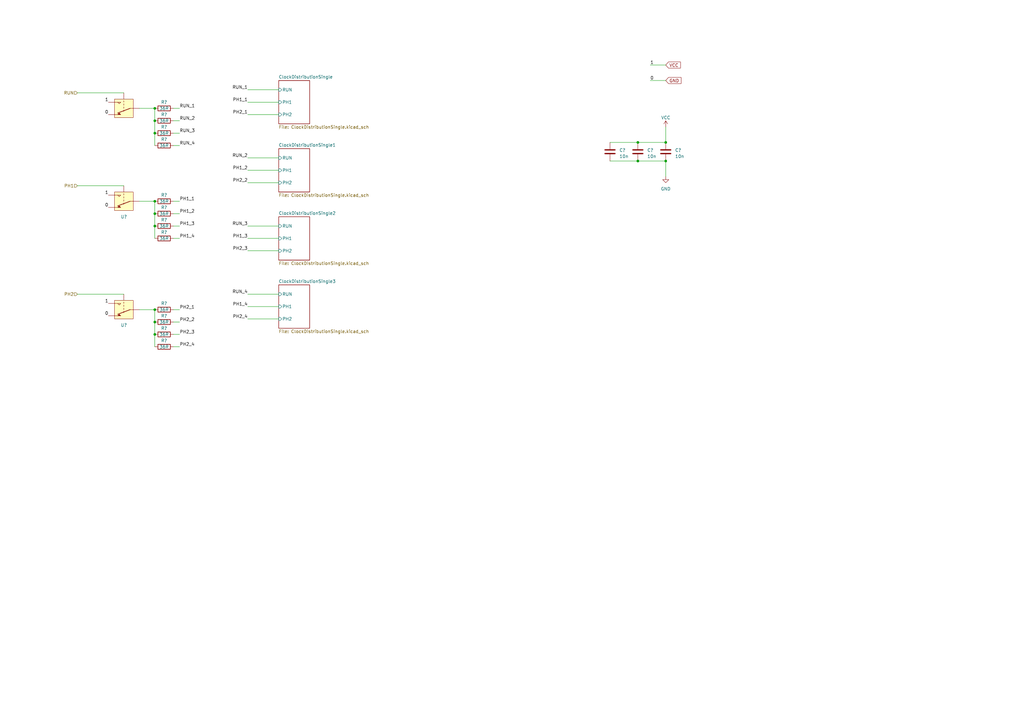
<source format=kicad_sch>
(kicad_sch (version 20230121) (generator eeschema)
  (paper "A3")
  (lib_symbols
    (symbol "Device:C" (pin_numbers hide) (pin_names (offset 0.254))
      (property "Reference" "C" (at 0.635 2.54 0))
      (property "Value" "C" (at 0.635 -2.54 0))
      (symbol "C_0_1"
        (polyline (pts (xy -2.032 -0.762) (xy 2.032 -0.762)) (stroke (width 0.508)))
        (polyline (pts (xy -2.032 0.762) (xy 2.032 0.762)) (stroke (width 0.508)))
      )
      (symbol "C_1_1"
        (pin passive line (at 0 3.81 270) (length 2.794) (name "~") (number "1"))
        (pin passive line (at 0 -3.81 90) (length 2.794) (name "~") (number "2"))
      )
    )
    (symbol "Device:R" (pin_numbers hide) (pin_names (offset 0))
      (property "Reference" "R" (at 2.032 0 90))
      (property "Value" "R" (at 0 0 90))
      (symbol "R_0_1"
        (rectangle (start -1.016 -2.54) (end 1.016 2.54) (stroke (width 0.254)))
      )
      (symbol "R_1_1"
        (pin passive line (at 0 3.81 270) (length 1.27) (name "~") (number "1"))
        (pin passive line (at 0 -3.81 90) (length 1.27) (name "~") (number "2"))
      )
    )
    (symbol "MevaLlibreria:1G3157" (pin_numbers hide)
      (property "Reference" "U" (at 0 -5.08 0))
      (symbol "1G3157_0_0"
        (polyline (pts (xy -3.81 2.54) (xy -1.27 2.54) (xy -1.905 1.905) (xy -2.54 2.54)))
      )
      (symbol "1G3157_0_1"
        (rectangle (start -3.81 3.81) (end 3.81 -3.81) (fill (type background)))
        (polyline (pts (xy 0 -0.635) (xy 0 -1.27)))
        (polyline (pts (xy 0 0.635) (xy 0 0)))
        (polyline (pts (xy 0 1.905) (xy 0 1.27)))
        (polyline (pts (xy 0 3.175) (xy 0 2.54)))
        (polyline (pts (xy 2.54 0) (xy -2.54 -1.905)) (stroke (width 0.254)))
        (polyline (pts (xy 3.81 0) (xy 2.54 0)))
        (polyline (pts (xy -3.81 -2.54) (xy -1.27 -2.54) (xy -1.905 -1.905) (xy -2.54 -2.54)) (fill (type outline)))
      )
      (symbol "1G3157_1_1"
        (pin input line (at -6.35 2.54 0) (length 2.54) (name "~") (number "1"))
        (pin power_in line (at 2.54 -2.54 270) (length 2.54) hide (name "GND") (number "2"))
        (pin input line (at -6.35 -2.54 0) (length 2.54) (name "~") (number "3"))
        (pin output line (at 6.35 0 180) (length 2.54) (name "~") (number "4"))
        (pin power_in line (at 2.54 2.54 90) (length 2.54) hide (name "VCC") (number "5"))
        (pin input line (at 0 6.35 270) (length 2.54) (name "~") (number "6"))
      )
    )
    (symbol "power:GND" (power) (pin_names (offset 0))
      (property "Value" "GND" (at 0 -3.81 0))
      (symbol "GND_0_1"
        (polyline (pts (xy 0 0) (xy 0 -1.27) (xy 1.27 -1.27) (xy 0 -2.54) (xy -1.27 -1.27) (xy 0 -1.27)))
      )
      (symbol "GND_1_1"
        (pin power_in line (at 0 0 270) (length 0) hide (name "GND") (number "1"))
      )
    )
    (symbol "power:VCC" (power) (pin_names (offset 0))
      (property "Value" "VCC" (at 0 3.81 0))
      (symbol "VCC_0_1"
        (polyline (pts (xy -0.762 1.27) (xy 0 2.54)))
        (polyline (pts (xy 0 0) (xy 0 2.54)))
        (polyline (pts (xy 0 2.54) (xy 0.762 1.27)))
      )
      (symbol "VCC_1_1"
        (pin power_in line (at 0 0 90) (length 0) hide (name "VCC") (number "1"))
      )
    )
  )
  (junction (at 63.5 44.45))
  (junction (at 273.05 58.42))
  (junction (at 63.5 82.55))
  (junction (at 261.62 58.42))
  (junction (at 63.5 132.08))
  (junction (at 63.5 92.71))
  (junction (at 63.5 54.61))
  (junction (at 63.5 87.63))
  (junction (at 261.62 66.04))
  (junction (at 273.05 66.04))
  (junction (at 63.5 127))
  (junction (at 63.5 49.53))
  (junction (at 63.5 137.16))
  (wire (pts (xy 273.05 52.07) (xy 273.05 58.42)))
  (wire (pts (xy 63.5 82.55) (xy 57.15 82.55)))
  (wire (pts (xy 101.6 74.93) (xy 114.3 74.93)))
  (wire (pts (xy 266.7 33.02) (xy 273.05 33.02)))
  (wire (pts (xy 101.6 69.85) (xy 114.3 69.85)))
  (wire (pts (xy 63.5 44.45) (xy 57.15 44.45)))
  (wire (pts (xy 63.5 44.45) (xy 63.5 49.53)))
  (wire (pts (xy 63.5 127) (xy 63.5 132.08)))
  (wire (pts (xy 73.66 49.53) (xy 71.12 49.53)))
  (wire (pts (xy 273.05 66.04) (xy 273.05 72.39)))
  (wire (pts (xy 73.66 127) (xy 71.12 127)))
  (wire (pts (xy 63.5 92.71) (xy 63.5 97.79)))
  (wire (pts (xy 101.6 36.83) (xy 114.3 36.83)))
  (wire (pts (xy 63.5 127) (xy 57.15 127)))
  (wire (pts (xy 31.75 76.2) (xy 50.8 76.2)))
  (wire (pts (xy 63.5 49.53) (xy 63.5 54.61)))
  (wire (pts (xy 73.66 132.08) (xy 71.12 132.08)))
  (wire (pts (xy 101.6 130.81) (xy 114.3 130.81)))
  (wire (pts (xy 73.66 59.69) (xy 71.12 59.69)))
  (wire (pts (xy 101.6 102.87) (xy 114.3 102.87)))
  (wire (pts (xy 101.6 120.65) (xy 114.3 120.65)))
  (wire (pts (xy 250.19 66.04) (xy 261.62 66.04)))
  (wire (pts (xy 73.66 97.79) (xy 71.12 97.79)))
  (wire (pts (xy 73.66 87.63) (xy 71.12 87.63)))
  (wire (pts (xy 101.6 125.73) (xy 114.3 125.73)))
  (wire (pts (xy 250.19 58.42) (xy 261.62 58.42)))
  (wire (pts (xy 73.66 92.71) (xy 71.12 92.71)))
  (wire (pts (xy 31.75 120.65) (xy 50.8 120.65)))
  (wire (pts (xy 73.66 44.45) (xy 71.12 44.45)))
  (wire (pts (xy 31.75 38.1) (xy 50.8 38.1)))
  (wire (pts (xy 73.66 82.55) (xy 71.12 82.55)))
  (wire (pts (xy 73.66 142.24) (xy 71.12 142.24)))
  (wire (pts (xy 266.7 26.67) (xy 273.05 26.67)))
  (wire (pts (xy 101.6 97.79) (xy 114.3 97.79)))
  (wire (pts (xy 63.5 54.61) (xy 63.5 59.69)))
  (wire (pts (xy 101.6 64.77) (xy 114.3 64.77)))
  (wire (pts (xy 63.5 82.55) (xy 63.5 87.63)))
  (wire (pts (xy 101.6 46.99) (xy 114.3 46.99)))
  (wire (pts (xy 101.6 41.91) (xy 114.3 41.91)))
  (wire (pts (xy 101.6 92.71) (xy 114.3 92.71)))
  (wire (pts (xy 73.66 54.61) (xy 71.12 54.61)))
  (wire (pts (xy 73.66 137.16) (xy 71.12 137.16)))
  (wire (pts (xy 63.5 132.08) (xy 63.5 137.16)))
  (wire (pts (xy 261.62 58.42) (xy 273.05 58.42)))
  (wire (pts (xy 63.5 137.16) (xy 63.5 142.24)))
  (wire (pts (xy 63.5 87.63) (xy 63.5 92.71)))
  (wire (pts (xy 261.62 66.04) (xy 273.05 66.04)))
  (label "PH2_1" (at 101.6 46.99 180))
  (label "RUN_4" (at 73.66 59.69 0))
  (label "PH1_2" (at 73.66 87.63 0))
  (label "RUN_4" (at 101.6 120.65 180))
  (label "1" (at 44.45 124.46 180))
  (label "RUN_1" (at 73.66 44.45 0))
  (label "PH1_1" (at 73.66 82.55 0))
  (label "PH2_3" (at 101.6 102.87 180))
  (label "PH1_4" (at 101.6 125.73 180))
  (label "RUN_2" (at 101.6 64.77 180))
  (label "PH1_2" (at 101.6 69.85 180))
  (label "PH2_2" (at 101.6 74.93 180))
  (label "PH2_4" (at 73.66 142.24 0))
  (label "0" (at 44.45 46.99 180))
  (label "PH2_3" (at 73.66 137.16 0))
  (label "1" (at 266.7 26.67 0))
  (label "RUN_3" (at 73.66 54.61 0))
  (label "PH2_1" (at 73.66 127 0))
  (label "0" (at 44.45 85.09 180))
  (label "PH2_4" (at 101.6 130.81 180))
  (label "RUN_1" (at 101.6 36.83 180))
  (label "PH1_3" (at 101.6 97.79 180))
  (label "0" (at 266.7 33.02 0))
  (label "0" (at 44.45 129.54 180))
  (label "PH1_3" (at 73.66 92.71 0))
  (label "RUN_3" (at 101.6 92.71 180))
  (label "PH1_4" (at 73.66 97.79 0))
  (label "1" (at 44.45 41.91 180))
  (label "PH1_1" (at 101.6 41.91 180))
  (label "1" (at 44.45 80.01 180))
  (label "PH2_2" (at 73.66 132.08 0))
  (label "RUN_2" (at 73.66 49.53 0))
  (global_label "GND" (shape input) (at 273.05 33.02 0) (property "Intersheetrefs" "${INTERSHEET_REFS}" (effects hide)))
  (global_label "VCC" (shape input) (at 273.05 26.67 0) (property "Intersheetrefs" "${INTERSHEET_REFS}" (effects hide)))
  (hierarchical_label "RUN" (shape input) (at 31.75 38.1 180))
  (hierarchical_label "PH2" (shape input) (at 31.75 120.65 180))
  (hierarchical_label "PH1" (shape input) (at 31.75 76.2 180))
  (symbol (lib_id "Device:R") (at 67.31 97.79 270) (unit 1)
    (property "Reference" "R?" (at 67.31 95.25 90))
    (property "Value" "36R" (at 67.31 97.79 90))
    (property "Footprint" "Resistor_SMD:R_0603_1608Metric" (effects hide))
    (instances (project "MiniCalc" (path "" (reference "R?") (unit 1))) (project "MiniCalcRunPanel" (path "" (reference "R?") (unit 1)) (path "" (reference "R12") (unit 1))) (project "MinicalcControlPanel" (path "" (reference "R?") (unit 1)) (path "" (reference "R?") (unit 1)) (path "" (reference "R71") (unit 1)) (path "" (reference "R96") (unit 1)) (path "" (reference "R45") (unit 1)) (path "" (reference "R54") (unit 1)) (path "" (reference "R63") (unit 1)) (path "" (reference "R106") (unit 1))))
  )
  (symbol (lib_id "Device:R") (at 67.31 137.16 270) (unit 1)
    (property "Reference" "R?" (at 67.31 134.62 90))
    (property "Value" "36R" (at 67.31 137.16 90))
    (property "Footprint" "Resistor_SMD:R_0603_1608Metric" (effects hide))
    (instances (project "MiniCalc" (path "" (reference "R?") (unit 1))) (project "MiniCalcRunPanel" (path "" (reference "R?") (unit 1)) (path "" (reference "R12") (unit 1))) (project "MinicalcControlPanel" (path "" (reference "R?") (unit 1)) (path "" (reference "R?") (unit 1)) (path "" (reference "R74") (unit 1)) (path "" (reference "R97") (unit 1)) (path "" (reference "R46") (unit 1)) (path "" (reference "R55") (unit 1)) (path "" (reference "R64") (unit 1)) (path "" (reference "R109") (unit 1))))
  )
  (symbol (lib_id "Device:R") (at 67.31 59.69 270) (unit 1)
    (property "Reference" "R?" (at 67.31 57.15 90))
    (property "Value" "36R" (at 67.31 59.69 90))
    (property "Footprint" "Resistor_SMD:R_0603_1608Metric" (effects hide))
    (instances (project "MiniCalc" (path "" (reference "R?") (unit 1))) (project "MiniCalcRunPanel" (path "" (reference "R?") (unit 1)) (path "" (reference "R12") (unit 1))) (project "MinicalcControlPanel" (path "" (reference "R?") (unit 1)) (path "" (reference "R?") (unit 1)) (path "" (reference "R67") (unit 1)) (path "" (reference "R95") (unit 1)) (path "" (reference "R44") (unit 1)) (path "" (reference "R53") (unit 1)) (path "" (reference "R62") (unit 1)) (path "" (reference "R102") (unit 1))))
  )
  (symbol (lib_id "Device:R") (at 67.31 142.24 270) (unit 1)
    (property "Reference" "R?" (at 67.31 139.7 90))
    (property "Value" "36R" (at 67.31 142.24 90))
    (property "Footprint" "Resistor_SMD:R_0603_1608Metric" (effects hide))
    (instances (project "MiniCalc" (path "" (reference "R?") (unit 1))) (project "MiniCalcRunPanel" (path "" (reference "R?") (unit 1)) (path "" (reference "R12") (unit 1))) (project "MinicalcControlPanel" (path "" (reference "R?") (unit 1)) (path "" (reference "R?") (unit 1)) (path "" (reference "R75") (unit 1)) (path "" (reference "R97") (unit 1)) (path "" (reference "R46") (unit 1)) (path "" (reference "R55") (unit 1)) (path "" (reference "R64") (unit 1)) (path "" (reference "R110") (unit 1))))
  )
  (symbol (lib_id "MevaLlibreria:1G3157") (at 50.8 82.55 0) (unit 1)
    (property "Reference" "U?" (at 50.8 88.9 0))
    (property "Value" "1G3157" (effects hide))
    (property "Footprint" "Package_TO_SOT_SMD:SOT-23-6" (effects hide))
    (property "Datasheet" "https://www.ti.com/lit/ds/symlink/sn74lvc1g3157.pdf" (effects hide))
    (property "Sim.Name" "74LVC1G3157" (effects hide))
    (property "Sim.Library" "../SpiceModelsGlobal/AnalogSPDT.txt" (effects hide))
    (property "Sim.Device" "SUBCKT" (effects hide))
    (property "Sim.Pins" "1=1 3=3 4=4 5=5 6=6" (effects hide))
    (property "Manufacturer" "Texas Instruments" (effects hide))
    (property "Part Number" "SN74LVC1G3157DBVR" (effects hide))
    (instances (project "MiniCalc" (path "" (reference "U?") (unit 1))) (project "MiniCalcRunPanel" (path "" (reference "U5") (unit 1))) (project "MinicalcControlPanel" (path "" (reference "U19") (unit 1)) (path "" (reference "U57") (unit 1)) (path "" (reference "U72") (unit 1))))
  )
  (symbol (lib_id "Device:R") (at 67.31 127 270) (unit 1)
    (property "Reference" "R?" (at 67.31 124.46 90))
    (property "Value" "36R" (at 67.31 127 90))
    (property "Footprint" "Resistor_SMD:R_0603_1608Metric" (effects hide))
    (instances (project "MiniCalc" (path "" (reference "R?") (unit 1))) (project "MiniCalcRunPanel" (path "" (reference "R?") (unit 1)) (path "" (reference "R12") (unit 1))) (project "MinicalcControlPanel" (path "" (reference "R?") (unit 1)) (path "" (reference "R?") (unit 1)) (path "" (reference "R72") (unit 1)) (path "" (reference "R97") (unit 1)) (path "" (reference "R46") (unit 1)) (path "" (reference "R55") (unit 1)) (path "" (reference "R64") (unit 1)) (path "" (reference "R107") (unit 1))))
  )
  (symbol (lib_id "Device:R") (at 67.31 92.71 270) (unit 1)
    (property "Reference" "R?" (at 67.31 90.17 90))
    (property "Value" "36R" (at 67.31 92.71 90))
    (property "Footprint" "Resistor_SMD:R_0603_1608Metric" (effects hide))
    (instances (project "MiniCalc" (path "" (reference "R?") (unit 1))) (project "MiniCalcRunPanel" (path "" (reference "R?") (unit 1)) (path "" (reference "R12") (unit 1))) (project "MinicalcControlPanel" (path "" (reference "R?") (unit 1)) (path "" (reference "R?") (unit 1)) (path "" (reference "R70") (unit 1)) (path "" (reference "R96") (unit 1)) (path "" (reference "R45") (unit 1)) (path "" (reference "R54") (unit 1)) (path "" (reference "R63") (unit 1)) (path "" (reference "R105") (unit 1))))
  )
  (symbol (lib_id "Device:R") (at 67.31 132.08 270) (unit 1)
    (property "Reference" "R?" (at 67.31 129.54 90))
    (property "Value" "36R" (at 67.31 132.08 90))
    (property "Footprint" "Resistor_SMD:R_0603_1608Metric" (effects hide))
    (instances (project "MiniCalc" (path "" (reference "R?") (unit 1))) (project "MiniCalcRunPanel" (path "" (reference "R?") (unit 1)) (path "" (reference "R12") (unit 1))) (project "MinicalcControlPanel" (path "" (reference "R?") (unit 1)) (path "" (reference "R?") (unit 1)) (path "" (reference "R73") (unit 1)) (path "" (reference "R97") (unit 1)) (path "" (reference "R46") (unit 1)) (path "" (reference "R55") (unit 1)) (path "" (reference "R64") (unit 1)) (path "" (reference "R108") (unit 1))))
  )
  (symbol (lib_id "MevaLlibreria:1G3157") (at 50.8 44.45 0) (unit 1)
    (property "Reference" "U?" (effects hide))
    (property "Value" "1G3157" (effects hide))
    (property "Footprint" "Package_TO_SOT_SMD:SOT-23-6" (effects hide))
    (property "Datasheet" "https://www.ti.com/lit/ds/symlink/sn74lvc1g3157.pdf" (effects hide))
    (property "Sim.Name" "74LVC1G3157" (effects hide))
    (property "Sim.Library" "../SpiceModelsGlobal/AnalogSPDT.txt" (effects hide))
    (property "Sim.Device" "SUBCKT" (effects hide))
    (property "Sim.Pins" "1=1 3=3 4=4 5=5 6=6" (effects hide))
    (property "Manufacturer" "Texas Instruments" (effects hide))
    (property "Part Number" "SN74LVC1G3157DBVR" (effects hide))
    (instances (project "MiniCalc" (path "" (reference "U?") (unit 1))) (project "MiniCalcRunPanel" (path "" (reference "U5") (unit 1))) (project "MinicalcControlPanel" (path "" (reference "U19") (unit 1)) (path "" (reference "U56") (unit 1)) (path "" (reference "U71") (unit 1))))
  )
  (symbol (lib_id "Device:R") (at 67.31 82.55 270) (unit 1)
    (property "Reference" "R?" (at 67.31 80.01 90))
    (property "Value" "36R" (at 67.31 82.55 90))
    (property "Footprint" "Resistor_SMD:R_0603_1608Metric" (effects hide))
    (instances (project "MiniCalc" (path "" (reference "R?") (unit 1))) (project "MiniCalcRunPanel" (path "" (reference "R?") (unit 1)) (path "" (reference "R12") (unit 1))) (project "MinicalcControlPanel" (path "" (reference "R?") (unit 1)) (path "" (reference "R?") (unit 1)) (path "" (reference "R68") (unit 1)) (path "" (reference "R96") (unit 1)) (path "" (reference "R45") (unit 1)) (path "" (reference "R54") (unit 1)) (path "" (reference "R63") (unit 1)) (path "" (reference "R103") (unit 1))))
  )
  (symbol (lib_id "Device:R") (at 67.31 87.63 270) (unit 1)
    (property "Reference" "R?" (at 67.31 85.09 90))
    (property "Value" "36R" (at 67.31 87.63 90))
    (property "Footprint" "Resistor_SMD:R_0603_1608Metric" (effects hide))
    (instances (project "MiniCalc" (path "" (reference "R?") (unit 1))) (project "MiniCalcRunPanel" (path "" (reference "R?") (unit 1)) (path "" (reference "R12") (unit 1))) (project "MinicalcControlPanel" (path "" (reference "R?") (unit 1)) (path "" (reference "R?") (unit 1)) (path "" (reference "R69") (unit 1)) (path "" (reference "R96") (unit 1)) (path "" (reference "R45") (unit 1)) (path "" (reference "R54") (unit 1)) (path "" (reference "R63") (unit 1)) (path "" (reference "R104") (unit 1))))
  )
  (symbol (lib_id "MevaLlibreria:1G3157") (at 50.8 127 0) (unit 1)
    (property "Reference" "U?" (at 50.8 133.35 0))
    (property "Value" "1G3157" (effects hide))
    (property "Footprint" "Package_TO_SOT_SMD:SOT-23-6" (effects hide))
    (property "Datasheet" "https://www.ti.com/lit/ds/symlink/sn74lvc1g3157.pdf" (effects hide))
    (property "Sim.Name" "74LVC1G3157" (effects hide))
    (property "Sim.Library" "../SpiceModelsGlobal/AnalogSPDT.txt" (effects hide))
    (property "Sim.Device" "SUBCKT" (effects hide))
    (property "Sim.Pins" "1=1 3=3 4=4 5=5 6=6" (effects hide))
    (property "Manufacturer" "Texas Instruments" (effects hide))
    (property "Part Number" "SN74LVC1G3157DBVR" (effects hide))
    (instances (project "MiniCalc" (path "" (reference "U?") (unit 1))) (project "MiniCalcRunPanel" (path "" (reference "U5") (unit 1))) (project "MinicalcControlPanel" (path "" (reference "U19") (unit 1)) (path "" (reference "U58") (unit 1)) (path "" (reference "U73") (unit 1))))
  )
  (symbol (lib_id "Device:C") (at 273.05 62.23 0) (unit 1)
    (property "Reference" "C?" (at 276.86 61.595 0) (effects (justify left)))
    (property "Value" "10n" (at 276.86 64.135 0) (effects (justify left)))
    (property "Footprint" "Capacitor_SMD:C_0603_1608Metric" (effects hide))
    (instances (project "MiniCalc_A" (path "" (reference "C?") (unit 1)) (path "" (reference "C?") (unit 1)) (path "" (reference "C?") (unit 1)) (path "" (reference "C?") (unit 1)) (path "" (reference "C?") (unit 1)) (path "" (reference "C?") (unit 1)) (path "" (reference "C?") (unit 1)) (path "" (reference "C?") (unit 1)) (path "" (reference "C?") (unit 1)) (path "" (reference "C?") (unit 1)) (path "" (reference "C?") (unit 1)) (path "" (reference "C?") (unit 1)) (path "" (reference "C17") (unit 1)) (path "" (reference "C18") (unit 1)) (path "" (reference "C16") (unit 1)) (path "" (reference "C19") (unit 1)) (path "" (reference "C20") (unit 1)) (path "" (reference "C21") (unit 1))) (project "MinicalcControlPanel" (path "" (reference "C61") (unit 1)) (path "" (reference "C32") (unit 1)) (path "" (reference "C33") (unit 1)) (path "" (reference "C34") (unit 1)) (path "" (reference "C35") (unit 1)) (path "" (reference "C36") (unit 1)) (path "" (reference "C40") (unit 1)) (path "" (reference "C55") (unit 1))))
  )
  (symbol (lib_id "Device:R") (at 67.31 44.45 270) (unit 1)
    (property "Reference" "R?" (at 67.31 41.91 90))
    (property "Value" "36R" (at 67.31 44.45 90))
    (property "Footprint" "Resistor_SMD:R_0603_1608Metric" (effects hide))
    (instances (project "MiniCalc" (path "" (reference "R?") (unit 1))) (project "MiniCalcRunPanel" (path "" (reference "R?") (unit 1)) (path "" (reference "R12") (unit 1))) (project "MinicalcControlPanel" (path "" (reference "R?") (unit 1)) (path "" (reference "R?") (unit 1)) (path "" (reference "R64") (unit 1)) (path "" (reference "R95") (unit 1)) (path "" (reference "R44") (unit 1)) (path "" (reference "R53") (unit 1)) (path "" (reference "R62") (unit 1)) (path "" (reference "R99") (unit 1))))
  )
  (symbol (lib_id "Device:R") (at 67.31 49.53 270) (unit 1)
    (property "Reference" "R?" (at 67.31 46.99 90))
    (property "Value" "36R" (at 67.31 49.53 90))
    (property "Footprint" "Resistor_SMD:R_0603_1608Metric" (effects hide))
    (instances (project "MiniCalc" (path "" (reference "R?") (unit 1))) (project "MiniCalcRunPanel" (path "" (reference "R?") (unit 1)) (path "" (reference "R12") (unit 1))) (project "MinicalcControlPanel" (path "" (reference "R?") (unit 1)) (path "" (reference "R?") (unit 1)) (path "" (reference "R65") (unit 1)) (path "" (reference "R95") (unit 1)) (path "" (reference "R44") (unit 1)) (path "" (reference "R53") (unit 1)) (path "" (reference "R62") (unit 1)) (path "" (reference "R100") (unit 1))))
  )
  (symbol (lib_id "power:VCC") (at 273.05 52.07 0) (unit 1)
    (property "Reference" "#PWR?" (effects hide))
    (property "Value" "VCC" (at 273.05 48.26 0))
    (instances (project "MiniCalc_A" (path "" (reference "#PWR?") (unit 1)) (path "" (reference "#PWR?") (unit 1)) (path "" (reference "#PWR?") (unit 1)) (path "" (reference "#PWR?") (unit 1)) (path "" (reference "#PWR?") (unit 1)) (path "" (reference "#PWR?") (unit 1)) (path "" (reference "#PWR?") (unit 1)) (path "" (reference "#PWR?") (unit 1)) (path "" (reference "#PWR?") (unit 1)) (path "" (reference "#PWR?") (unit 1)) (path "" (reference "#PWR?") (unit 1)) (path "" (reference "#PWR?") (unit 1)) (path "" (reference "#PWR043") (unit 1)) (path "" (reference "#PWR045") (unit 1)) (path "" (reference "#PWR041") (unit 1)) (path "" (reference "#PWR047") (unit 1)) (path "" (reference "#PWR049") (unit 1)) (path "" (reference "#PWR051") (unit 1))) (project "MinicalcControlPanel" (path "" (reference "#PWR097") (unit 1)) (path "" (reference "#PWR031") (unit 1)) (path "" (reference "#PWR033") (unit 1)) (path "" (reference "#PWR035") (unit 1)) (path "" (reference "#PWR037") (unit 1)) (path "" (reference "#PWR039") (unit 1)) (path "" (reference "#PWR043") (unit 1)) (path "" (reference "#PWR073") (unit 1))))
  )
  (symbol (lib_id "Device:C") (at 261.62 62.23 0) (unit 1)
    (property "Reference" "C?" (at 265.43 61.595 0) (effects (justify left)))
    (property "Value" "10n" (at 265.43 64.135 0) (effects (justify left)))
    (property "Footprint" "Capacitor_SMD:C_0603_1608Metric" (effects hide))
    (instances (project "MiniCalc_A" (path "" (reference "C?") (unit 1)) (path "" (reference "C?") (unit 1)) (path "" (reference "C?") (unit 1)) (path "" (reference "C?") (unit 1)) (path "" (reference "C?") (unit 1)) (path "" (reference "C?") (unit 1)) (path "" (reference "C?") (unit 1)) (path "" (reference "C?") (unit 1)) (path "" (reference "C?") (unit 1)) (path "" (reference "C?") (unit 1)) (path "" (reference "C?") (unit 1)) (path "" (reference "C?") (unit 1)) (path "" (reference "C17") (unit 1)) (path "" (reference "C18") (unit 1)) (path "" (reference "C16") (unit 1)) (path "" (reference "C19") (unit 1)) (path "" (reference "C20") (unit 1)) (path "" (reference "C21") (unit 1))) (project "MinicalcControlPanel" (path "" (reference "C61") (unit 1)) (path "" (reference "C32") (unit 1)) (path "" (reference "C33") (unit 1)) (path "" (reference "C34") (unit 1)) (path "" (reference "C35") (unit 1)) (path "" (reference "C36") (unit 1)) (path "" (reference "C39") (unit 1)) (path "" (reference "C54") (unit 1))))
  )
  (symbol (lib_id "Device:C") (at 250.19 62.23 0) (unit 1)
    (property "Reference" "C?" (at 254 61.595 0) (effects (justify left)))
    (property "Value" "10n" (at 254 64.135 0) (effects (justify left)))
    (property "Footprint" "Capacitor_SMD:C_0603_1608Metric" (effects hide))
    (instances (project "MiniCalc_A" (path "" (reference "C?") (unit 1)) (path "" (reference "C?") (unit 1)) (path "" (reference "C?") (unit 1)) (path "" (reference "C?") (unit 1)) (path "" (reference "C?") (unit 1)) (path "" (reference "C?") (unit 1)) (path "" (reference "C?") (unit 1)) (path "" (reference "C?") (unit 1)) (path "" (reference "C?") (unit 1)) (path "" (reference "C?") (unit 1)) (path "" (reference "C?") (unit 1)) (path "" (reference "C?") (unit 1)) (path "" (reference "C17") (unit 1)) (path "" (reference "C18") (unit 1)) (path "" (reference "C16") (unit 1)) (path "" (reference "C19") (unit 1)) (path "" (reference "C20") (unit 1)) (path "" (reference "C21") (unit 1))) (project "MinicalcControlPanel" (path "" (reference "C61") (unit 1)) (path "" (reference "C32") (unit 1)) (path "" (reference "C33") (unit 1)) (path "" (reference "C34") (unit 1)) (path "" (reference "C35") (unit 1)) (path "" (reference "C36") (unit 1)) (path "" (reference "C38") (unit 1)) (path "" (reference "C53") (unit 1))))
  )
  (symbol (lib_id "Device:R") (at 67.31 54.61 270) (unit 1)
    (property "Reference" "R?" (at 67.31 52.07 90))
    (property "Value" "36R" (at 67.31 54.61 90))
    (property "Footprint" "Resistor_SMD:R_0603_1608Metric" (effects hide))
    (instances (project "MiniCalc" (path "" (reference "R?") (unit 1))) (project "MiniCalcRunPanel" (path "" (reference "R?") (unit 1)) (path "" (reference "R12") (unit 1))) (project "MinicalcControlPanel" (path "" (reference "R?") (unit 1)) (path "" (reference "R?") (unit 1)) (path "" (reference "R66") (unit 1)) (path "" (reference "R95") (unit 1)) (path "" (reference "R44") (unit 1)) (path "" (reference "R53") (unit 1)) (path "" (reference "R62") (unit 1)) (path "" (reference "R101") (unit 1))))
  )
  (symbol (lib_id "power:GND") (at 273.05 72.39 0) (unit 1)
    (property "Reference" "#PWR?" (effects hide))
    (property "Value" "GND" (at 273.05 77.47 0))
    (instances (project "MiniCalc_A" (path "" (reference "#PWR?") (unit 1)) (path "" (reference "#PWR?") (unit 1)) (path "" (reference "#PWR?") (unit 1)) (path "" (reference "#PWR?") (unit 1)) (path "" (reference "#PWR?") (unit 1)) (path "" (reference "#PWR?") (unit 1)) (path "" (reference "#PWR?") (unit 1)) (path "" (reference "#PWR?") (unit 1)) (path "" (reference "#PWR?") (unit 1)) (path "" (reference "#PWR?") (unit 1)) (path "" (reference "#PWR?") (unit 1)) (path "" (reference "#PWR?") (unit 1)) (path "" (reference "#PWR044") (unit 1)) (path "" (reference "#PWR046") (unit 1)) (path "" (reference "#PWR042") (unit 1)) (path "" (reference "#PWR048") (unit 1)) (path "" (reference "#PWR050") (unit 1)) (path "" (reference "#PWR052") (unit 1))) (project "MinicalcControlPanel" (path "" (reference "#PWR098") (unit 1)) (path "" (reference "#PWR032") (unit 1)) (path "" (reference "#PWR034") (unit 1)) (path "" (reference "#PWR036") (unit 1)) (path "" (reference "#PWR038") (unit 1)) (path "" (reference "#PWR040") (unit 1)) (path "" (reference "#PWR044") (unit 1)) (path "" (reference "#PWR074") (unit 1))))
  )
  (sheet (at 114.3 88.9) (size 12.7 17.78) (stroke (width 0.1524))
    (property "Sheetname" "ClockDistributionSingle2" (at 114.3 88.1884 0) (effects (justify left bottom)))
    (property "Sheetfile" "ClockDistributionSingle.kicad_sch" (at 114.3 107.2646 0) (effects (justify left top)))
    (pin "PH2" input (at 114.3 102.87 180))
    (pin "PH1" input (at 114.3 97.79 180))
    (pin "RUN" input (at 114.3 92.71 180))
  )
  (sheet (at 114.3 116.84) (size 12.7 17.78) (stroke (width 0.1524))
    (property "Sheetname" "ClockDistributionSingle3" (at 114.3 116.1284 0) (effects (justify left bottom)))
    (property "Sheetfile" "ClockDistributionSingle.kicad_sch" (at 114.3 135.2046 0) (effects (justify left top)))
    (pin "PH2" input (at 114.3 130.81 180))
    (pin "PH1" input (at 114.3 125.73 180))
    (pin "RUN" input (at 114.3 120.65 180))
  )
  (sheet (at 114.3 60.96) (size 12.7 17.78) (stroke (width 0.1524))
    (property "Sheetname" "ClockDistributionSingle1" (at 114.3 60.2484 0) (effects (justify left bottom)))
    (property "Sheetfile" "ClockDistributionSingle.kicad_sch" (at 114.3 79.3246 0) (effects (justify left top)))
    (pin "PH2" input (at 114.3 74.93 180))
    (pin "PH1" input (at 114.3 69.85 180))
    (pin "RUN" input (at 114.3 64.77 180))
  )
  (sheet (at 114.3 33.02) (size 12.7 17.78) (stroke (width 0.1524))
    (property "Sheetname" "ClockDistributionSingle" (at 114.3 32.3084 0) (effects (justify left bottom)))
    (property "Sheetfile" "ClockDistributionSingle.kicad_sch" (at 114.3 51.3846 0) (effects (justify left top)))
    (pin "PH2" input (at 114.3 46.99 180))
    (pin "PH1" input (at 114.3 41.91 180))
    (pin "RUN" input (at 114.3 36.83 180))
  )
)
</source>
